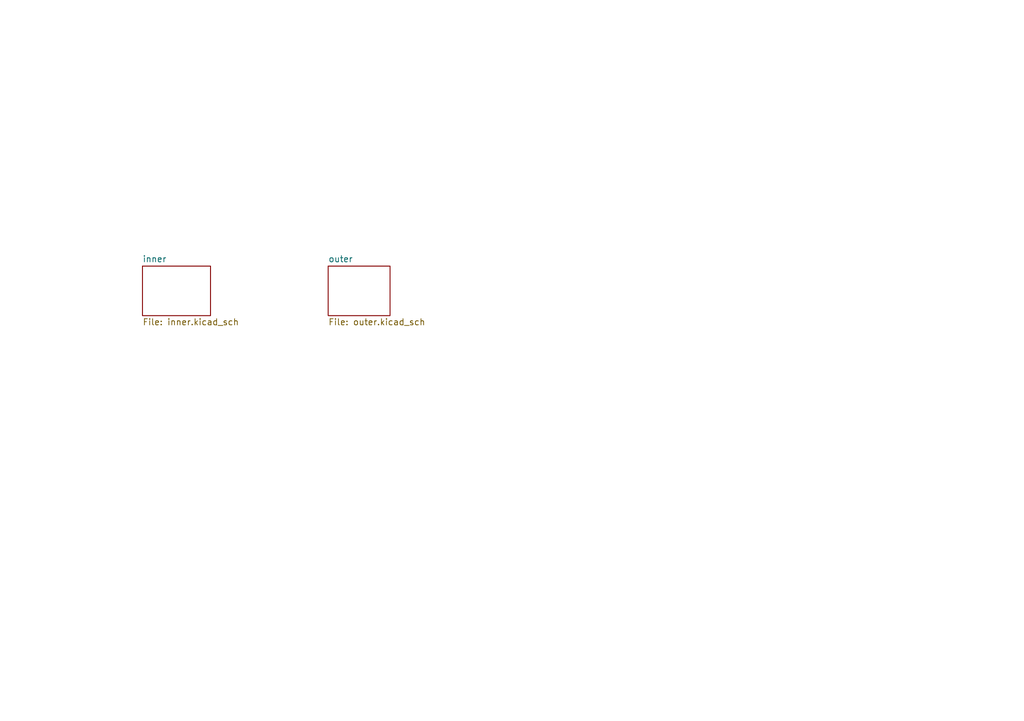
<source format=kicad_sch>
(kicad_sch
	(version 20250114)
	(generator "eeschema")
	(generator_version "9.0")
	(uuid "9b947bc2-91a5-474c-a743-d015c643d285")
	(paper "A5")
	(title_block
		(rev "REV00")
	)
	(lib_symbols)
	(sheet
		(at 67.31 54.61)
		(size 12.7 10.16)
		(exclude_from_sim no)
		(in_bom yes)
		(on_board yes)
		(dnp no)
		(fields_autoplaced yes)
		(stroke
			(width 0.1524)
			(type solid)
		)
		(fill
			(color 0 0 0 0.0000)
		)
		(uuid "28f3f9ed-ff3e-4935-92bc-8d6228361394")
		(property "Sheetname" "outer"
			(at 67.31 53.8984 0)
			(effects
				(font
					(size 1.27 1.27)
				)
				(justify left bottom)
			)
		)
		(property "Sheetfile" "outer.kicad_sch"
			(at 67.31 65.3546 0)
			(effects
				(font
					(size 1.27 1.27)
				)
				(justify left top)
			)
		)
		(instances
			(project "pcb_connector_lan"
				(path "/9b947bc2-91a5-474c-a743-d015c643d285"
					(page "3")
				)
			)
		)
	)
	(sheet
		(at 29.21 54.61)
		(size 13.97 10.16)
		(exclude_from_sim no)
		(in_bom yes)
		(on_board yes)
		(dnp no)
		(fields_autoplaced yes)
		(stroke
			(width 0.1524)
			(type solid)
		)
		(fill
			(color 0 0 0 0.0000)
		)
		(uuid "3a4ccec2-658d-4fae-8435-f9c6f9762d0b")
		(property "Sheetname" "inner"
			(at 29.21 53.8984 0)
			(effects
				(font
					(size 1.27 1.27)
				)
				(justify left bottom)
			)
		)
		(property "Sheetfile" "inner.kicad_sch"
			(at 29.21 65.3546 0)
			(effects
				(font
					(size 1.27 1.27)
				)
				(justify left top)
			)
		)
		(instances
			(project "pcb_connector_lan"
				(path "/9b947bc2-91a5-474c-a743-d015c643d285"
					(page "2")
				)
			)
		)
	)
	(sheet_instances
		(path "/"
			(page "1")
		)
	)
	(embedded_fonts no)
)

</source>
